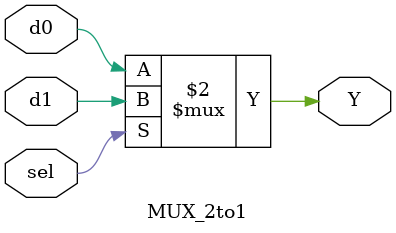
<source format=v>
module MUX_2to1(input sel, input d0, input d1, output Y);
    assign Y = (sel == 1'b0) ? d0 : d1;
endmodule

</source>
